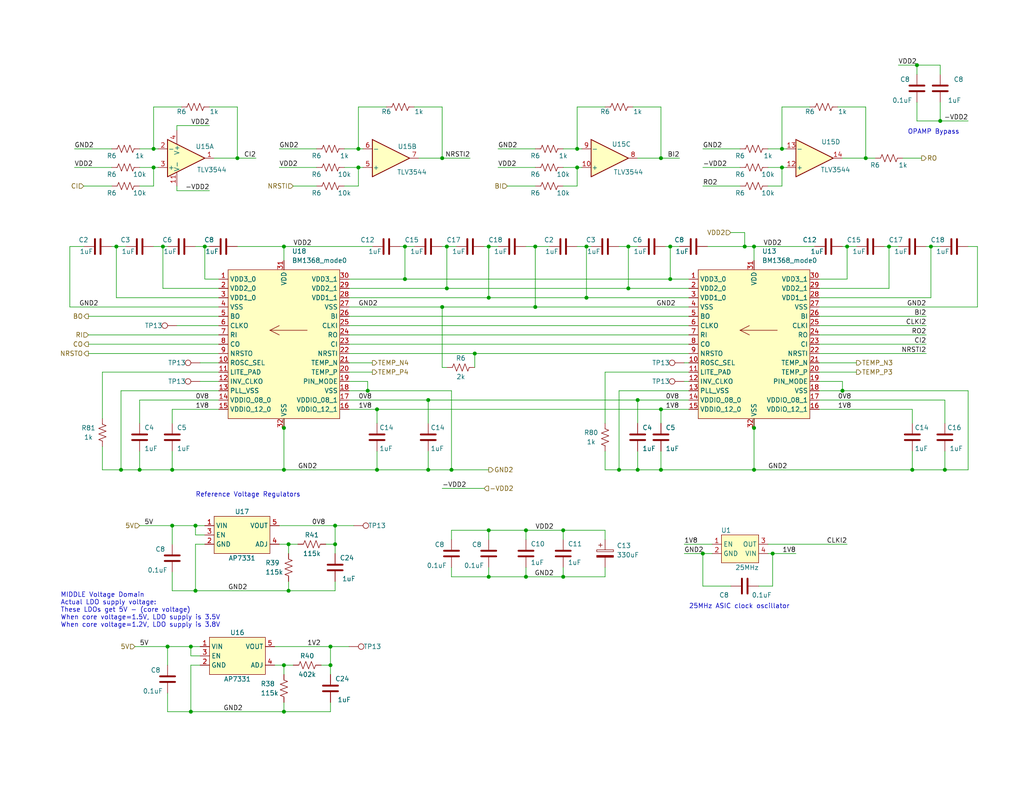
<source format=kicad_sch>
(kicad_sch (version 20250114) (generator "eeschema") (generator_version "9.0")
  (paper "A")
  (title_block (title "bitaxeHex") (date "2024-03-09") (rev "701"))
  (text "MIDDLE Voltage Domain\nActual LDO supply voltage:\nThese LDOs get 5V - (core voltage)\nWhen core voltage=1.5V, LDO supply is 3.5V\nWhen core voltage=1.2V, LDO supply is 3.8V " (at 16.51 171.45 0) (effects (font (size 1.27 1.27)) (justify left bottom)))
  (text "Reference Voltage Regulators" (at 53.34 135.89 0) (effects (font (size 1.27 1.27)) (justify left bottom)))
  (text "25MHz ASIC clock oscillator" (at 187.96 166.37 0) (effects (font (size 1.27 1.27)) (justify left bottom)))
  (text "OPAMP Bypass" (at 247.65 36.83 0) (effects (font (size 1.27 1.27)) (justify left bottom)))
  (junction (at 41.91 45.72))
  (junction (at 52.07 176.53))
  (junction (at 91.44 143.51))
  (junction (at 153.67 157.48))
  (junction (at 203.2 67.31))
  (junction (at 78.74 148.59))
  (junction (at 173.99 109.22))
  (junction (at 157.48 40.64))
  (junction (at 213.36 45.72))
  (junction (at 180.34 111.76))
  (junction (at 100.33 106.68))
  (junction (at 46.99 143.51))
  (junction (at 146.05 67.31))
  (junction (at 33.02 128.27))
  (junction (at 143.51 157.48) (diameter 0.9144))
  (junction (at 53.34 143.51))
  (junction (at 120.65 83.82))
  (junction (at 41.91 40.64))
  (junction (at 90.17 176.53))
  (junction (at 129.54 96.52))
  (junction (at 123.19 128.27))
  (junction (at 77.47 181.61))
  (junction (at 55.88 67.31))
  (junction (at 133.35 157.48) (diameter 0.9144))
  (junction (at 231.14 67.31))
  (junction (at 254 67.31))
  (junction (at 248.92 128.27))
  (junction (at 171.45 78.74))
  (junction (at 77.47 67.31))
  (junction (at 168.91 128.27))
  (junction (at 133.35 81.28))
  (junction (at 180.34 43.18))
  (junction (at 121.92 78.74))
  (junction (at 90.17 181.61))
  (junction (at 38.1 128.27))
  (junction (at 180.34 128.27))
  (junction (at 46.99 128.27))
  (junction (at 153.67 144.78))
  (junction (at 146.05 83.82))
  (junction (at 45.72 176.53))
  (junction (at 53.34 161.29))
  (junction (at 116.84 109.22))
  (junction (at 160.02 81.28))
  (junction (at 102.87 128.27))
  (junction (at 31.75 67.31))
  (junction (at 256.54 33.02))
  (junction (at 182.88 67.31))
  (junction (at 160.02 67.31))
  (junction (at 236.22 43.18))
  (junction (at 91.44 148.59))
  (junction (at 44.45 67.31))
  (junction (at 64.77 43.18))
  (junction (at 205.74 116.84))
  (junction (at 97.79 45.72))
  (junction (at 229.87 106.68))
  (junction (at 97.79 40.64))
  (junction (at 116.84 128.27))
  (junction (at 213.36 40.64))
  (junction (at 205.74 128.27))
  (junction (at 110.49 76.2))
  (junction (at 250.19 17.78))
  (junction (at 242.57 67.31))
  (junction (at 120.65 43.18))
  (junction (at 257.81 128.27))
  (junction (at 52.07 194.31))
  (junction (at 102.87 111.76))
  (junction (at 191.77 151.13))
  (junction (at 77.47 128.27))
  (junction (at 205.74 67.31))
  (junction (at 171.45 67.31))
  (junction (at 210.82 151.13))
  (junction (at 110.49 67.31))
  (junction (at 133.35 67.31))
  (junction (at 133.35 144.78) (diameter 0.9144))
  (junction (at 157.48 45.72))
  (junction (at 173.99 128.27))
  (junction (at 121.92 67.31))
  (junction (at 77.47 116.84))
  (junction (at 77.47 194.31))
  (junction (at 182.88 76.2))
  (junction (at 78.74 161.29))
  (junction (at 143.51 144.78) (diameter 0.9144))
  (wire (pts (xy 186.69 99.06) (xy 187.96 99.06)))
  (wire (pts (xy 97.79 50.8) (xy 97.79 45.72)))
  (wire (pts (xy 171.45 78.74) (xy 171.45 67.31)))
  (wire (pts (xy 87.63 181.61) (xy 90.17 181.61)))
  (wire (pts (xy 223.52 81.28) (xy 254 81.28)))
  (wire (pts (xy 41.91 67.31) (xy 44.45 67.31)))
  (wire (pts (xy 213.36 29.21) (xy 220.98 29.21)))
  (wire (pts (xy 146.05 83.82) (xy 187.96 83.82)))
  (wire (pts (xy 95.25 86.36) (xy 187.96 86.36)))
  (wire (pts (xy 41.91 40.64) (xy 43.18 40.64)))
  (wire (pts (xy 186.69 148.59) (xy 194.31 148.59)))
  (wire (pts (xy 120.65 29.21) (xy 120.65 43.18)))
  (wire (pts (xy 129.54 96.52) (xy 129.54 100.33)))
  (wire (pts (xy 91.44 148.59) (xy 91.44 143.51)))
  (wire (pts (xy 246.38 43.18) (xy 251.46 43.18)))
  (wire (pts (xy 53.34 161.29) (xy 78.74 161.29)))
  (wire (pts (xy 213.36 40.64) (xy 214.63 40.64)))
  (wire (pts (xy 121.92 78.74) (xy 121.92 67.31)))
  (wire (pts (xy 52.07 194.31) (xy 77.47 194.31)))
  (wire (pts (xy 24.13 93.98) (xy 59.69 93.98)))
  (wire (pts (xy 102.87 111.76) (xy 180.34 111.76)))
  (wire (pts (xy 27.94 128.27) (xy 33.02 128.27)))
  (wire (pts (xy 171.45 78.74) (xy 187.96 78.74)))
  (wire (pts (xy 223.52 99.06) (xy 233.68 99.06)))
  (wire (pts (xy 38.1 128.27) (xy 46.99 128.27)))
  (wire (pts (xy 229.87 106.68) (xy 264.16 106.68)))
  (wire (pts (xy 187.96 101.6) (xy 165.1 101.6)))
  (wire (pts (xy 207.01 160.02) (xy 210.82 160.02)))
  (wire (pts (xy 231.14 76.2) (xy 231.14 67.31)))
  (wire (pts (xy 97.79 29.21) (xy 105.41 29.21)))
  (wire (pts (xy 133.35 154.94) (xy 133.35 157.48)))
  (wire (pts (xy 110.49 76.2) (xy 182.88 76.2)))
  (wire (pts (xy 133.35 144.78) (xy 143.51 144.78)))
  (wire (pts (xy 90.17 194.31) (xy 77.47 194.31)))
  (wire (pts (xy 116.84 128.27) (xy 123.19 128.27)))
  (wire (pts (xy 205.74 128.27) (xy 248.92 128.27)))
  (wire (pts (xy 213.36 29.21) (xy 213.36 40.64)))
  (wire (pts (xy 146.05 67.31) (xy 149.86 67.31)))
  (wire (pts (xy 54.61 181.61) (xy 52.07 181.61)))
  (wire (pts (xy 44.45 78.74) (xy 59.69 78.74)))
  (wire (pts (xy 31.75 81.28) (xy 31.75 67.31)))
  (wire (pts (xy 181.61 67.31) (xy 182.88 67.31)))
  (wire (pts (xy 38.1 109.22) (xy 38.1 115.57)))
  (wire (pts (xy 59.69 101.6) (xy 27.94 101.6)))
  (wire (pts (xy 135.89 45.72) (xy 146.05 45.72)))
  (wire (pts (xy 116.84 109.22) (xy 116.84 115.57)))
  (wire (pts (xy 48.26 50.8) (xy 48.26 52.07)))
  (wire (pts (xy 123.19 147.32) (xy 123.19 144.78)))
  (wire (pts (xy 186.69 151.13) (xy 191.77 151.13)))
  (wire (pts (xy 223.52 78.74) (xy 242.57 78.74)))
  (wire (pts (xy 97.79 45.72) (xy 99.06 45.72)))
  (wire (pts (xy 182.88 76.2) (xy 187.96 76.2)))
  (wire (pts (xy 256.54 33.02) (xy 264.16 33.02)))
  (wire (pts (xy 91.44 161.29) (xy 78.74 161.29)))
  (wire (pts (xy 64.77 29.21) (xy 64.77 43.18)))
  (wire (pts (xy 165.1 123.19) (xy 165.1 128.27)))
  (wire (pts (xy 250.19 33.02) (xy 256.54 33.02)))
  (wire (pts (xy 157.48 40.64) (xy 158.75 40.64)))
  (wire (pts (xy 223.52 104.14) (xy 229.87 104.14)))
  (wire (pts (xy 133.35 157.48) (xy 123.19 157.48)))
  (wire (pts (xy 90.17 181.61) (xy 90.17 184.15)))
  (wire (pts (xy 52.07 179.07) (xy 52.07 176.53)))
  (wire (pts (xy 123.19 128.27) (xy 133.35 128.27)))
  (wire (pts (xy 165.1 101.6) (xy 165.1 115.57)))
  (wire (pts (xy 168.91 67.31) (xy 171.45 67.31)))
  (wire (pts (xy 157.48 67.31) (xy 160.02 67.31)))
  (wire (pts (xy 173.99 109.22) (xy 187.96 109.22)))
  (wire (pts (xy 222.25 67.31) (xy 205.74 67.31)))
  (wire (pts (xy 180.34 111.76) (xy 187.96 111.76)))
  (wire (pts (xy 91.44 148.59) (xy 91.44 151.13)))
  (wire (pts (xy 91.44 158.75) (xy 91.44 161.29)))
  (wire (pts (xy 123.19 154.94) (xy 123.19 157.48)))
  (wire (pts (xy 59.69 83.82) (xy 19.05 83.82)))
  (wire (pts (xy 41.91 50.8) (xy 41.91 45.72)))
  (wire (pts (xy 209.55 45.72) (xy 213.36 45.72)))
  (wire (pts (xy 250.19 17.78) (xy 256.54 17.78)))
  (wire (pts (xy 55.88 76.2) (xy 59.69 76.2)))
  (wire (pts (xy 133.35 147.32) (xy 133.35 144.78)))
  (wire (pts (xy 78.74 161.29) (xy 78.74 158.75)))
  (wire (pts (xy 205.74 67.31) (xy 205.74 71.12)))
  (wire (pts (xy 143.51 144.78) (xy 153.67 144.78)))
  (wire (pts (xy 77.47 67.31) (xy 77.47 71.12)))
  (wire (pts (xy 191.77 151.13) (xy 194.31 151.13)))
  (wire (pts (xy 95.25 88.9) (xy 187.96 88.9)))
  (wire (pts (xy 180.34 123.19) (xy 180.34 128.27)))
  (wire (pts (xy 223.52 88.9) (xy 252.73 88.9)))
  (wire (pts (xy 54.61 179.07) (xy 52.07 179.07)))
  (wire (pts (xy 53.34 143.51) (xy 55.88 143.51)))
  (wire (pts (xy 254 67.31) (xy 256.54 67.31)))
  (wire (pts (xy 153.67 147.32) (xy 153.67 144.78)))
  (wire (pts (xy 95.25 91.44) (xy 187.96 91.44)))
  (wire (pts (xy 19.05 67.31) (xy 22.86 67.31)))
  (wire (pts (xy 256.54 27.94) (xy 256.54 33.02)))
  (wire (pts (xy 95.25 104.14) (xy 100.33 104.14)))
  (wire (pts (xy 101.6 67.31) (xy 77.47 67.31)))
  (wire (pts (xy 133.35 81.28) (xy 160.02 81.28)))
  (wire (pts (xy 223.52 86.36) (xy 252.73 86.36)))
  (wire (pts (xy 41.91 45.72) (xy 43.18 45.72)))
  (wire (pts (xy 210.82 151.13) (xy 217.17 151.13)))
  (wire (pts (xy 165.1 154.94) (xy 165.1 157.48)))
  (wire (pts (xy 146.05 83.82) (xy 146.05 67.31)))
  (wire (pts (xy 46.99 143.51) (xy 53.34 143.51)))
  (wire (pts (xy 38.1 143.51) (xy 46.99 143.51)))
  (wire (pts (xy 138.43 50.8) (xy 146.05 50.8)))
  (wire (pts (xy 31.75 67.31) (xy 34.29 67.31)))
  (wire (pts (xy 191.77 40.64) (xy 201.93 40.64)))
  (wire (pts (xy 53.34 67.31) (xy 55.88 67.31)))
  (wire (pts (xy 100.33 104.14) (xy 100.33 106.68)))
  (wire (pts (xy 199.39 160.02) (xy 191.77 160.02)))
  (wire (pts (xy 109.22 67.31) (xy 110.49 67.31)))
  (wire (pts (xy 77.47 181.61) (xy 80.01 181.61)))
  (wire (pts (xy 242.57 78.74) (xy 242.57 67.31)))
  (wire (pts (xy 120.65 43.18) (xy 114.3 43.18)))
  (wire (pts (xy 59.69 106.68) (xy 33.02 106.68)))
  (wire (pts (xy 78.74 148.59) (xy 81.28 148.59)))
  (wire (pts (xy 191.77 45.72) (xy 201.93 45.72)))
  (wire (pts (xy 160.02 81.28) (xy 187.96 81.28)))
  (wire (pts (xy 48.26 52.07) (xy 57.15 52.07)))
  (wire (pts (xy 48.26 88.9) (xy 59.69 88.9)))
  (wire (pts (xy 76.2 148.59) (xy 78.74 148.59)))
  (wire (pts (xy 38.1 50.8) (xy 41.91 50.8)))
  (wire (pts (xy 123.19 144.78) (xy 133.35 144.78)))
  (wire (pts (xy 241.3 67.31) (xy 242.57 67.31)))
  (wire (pts (xy 46.99 161.29) (xy 53.34 161.29)))
  (wire (pts (xy 46.99 123.19) (xy 46.99 128.27)))
  (wire (pts (xy 257.81 128.27) (xy 257.81 123.19)))
  (wire (pts (xy 20.32 40.64) (xy 30.48 40.64)))
  (wire (pts (xy 95.25 93.98) (xy 187.96 93.98)))
  (wire (pts (xy 223.52 91.44) (xy 252.73 91.44)))
  (wire (pts (xy 38.1 40.64) (xy 41.91 40.64)))
  (wire (pts (xy 257.81 109.22) (xy 257.81 115.57)))
  (wire (pts (xy 95.25 96.52) (xy 129.54 96.52)))
  (wire (pts (xy 248.92 111.76) (xy 248.92 115.57)))
  (wire (pts (xy 248.92 123.19) (xy 248.92 128.27)))
  (wire (pts (xy 46.99 111.76) (xy 46.99 115.57)))
  (wire (pts (xy 55.88 146.05) (xy 53.34 146.05)))
  (wire (pts (xy 113.03 29.21) (xy 120.65 29.21)))
  (wire (pts (xy 143.51 154.94) (xy 143.51 157.48)))
  (wire (pts (xy 203.2 63.5) (xy 203.2 67.31)))
  (wire (pts (xy 100.33 106.68) (xy 123.19 106.68)))
  (wire (pts (xy 31.75 81.28) (xy 59.69 81.28)))
  (wire (pts (xy 88.9 148.59) (xy 91.44 148.59)))
  (wire (pts (xy 64.77 67.31) (xy 77.47 67.31)))
  (wire (pts (xy 229.87 67.31) (xy 231.14 67.31)))
  (wire (pts (xy 123.19 106.68) (xy 123.19 128.27)))
  (wire (pts (xy 95.25 83.82) (xy 120.65 83.82)))
  (wire (pts (xy 46.99 111.76) (xy 59.69 111.76)))
  (wire (pts (xy 153.67 40.64) (xy 157.48 40.64)))
  (wire (pts (xy 30.48 67.31) (xy 31.75 67.31)))
  (wire (pts (xy 120.65 43.18) (xy 128.27 43.18)))
  (wire (pts (xy 33.02 106.68) (xy 33.02 128.27)))
  (wire (pts (xy 54.61 99.06) (xy 59.69 99.06)))
  (wire (pts (xy 38.1 45.72) (xy 41.91 45.72)))
  (wire (pts (xy 209.55 50.8) (xy 213.36 50.8)))
  (wire (pts (xy 180.34 111.76) (xy 180.34 115.57)))
  (wire (pts (xy 54.61 104.14) (xy 59.69 104.14)))
  (wire (pts (xy 180.34 29.21) (xy 180.34 43.18)))
  (wire (pts (xy 77.47 181.61) (xy 77.47 184.15)))
  (wire (pts (xy 76.2 143.51) (xy 91.44 143.51)))
  (wire (pts (xy 182.88 67.31) (xy 185.42 67.31)))
  (wire (pts (xy 77.47 116.84) (xy 77.47 128.27)))
  (wire (pts (xy 173.99 128.27) (xy 180.34 128.27)))
  (wire (pts (xy 193.04 67.31) (xy 203.2 67.31)))
  (wire (pts (xy 173.99 109.22) (xy 173.99 115.57)))
  (wire (pts (xy 33.02 128.27) (xy 38.1 128.27)))
  (wire (pts (xy 121.92 67.31) (xy 124.46 67.31)))
  (wire (pts (xy 160.02 81.28) (xy 160.02 67.31)))
  (wire (pts (xy 27.94 121.92) (xy 27.94 128.27)))
  (wire (pts (xy 229.87 104.14) (xy 229.87 106.68)))
  (wire (pts (xy 168.91 106.68) (xy 187.96 106.68)))
  (wire (pts (xy 153.67 50.8) (xy 157.48 50.8)))
  (wire (pts (xy 95.25 106.68) (xy 100.33 106.68)))
  (wire (pts (xy 133.35 67.31) (xy 135.89 67.31)))
  (wire (pts (xy 266.7 83.82) (xy 266.7 67.31)))
  (wire (pts (xy 153.67 45.72) (xy 157.48 45.72)))
  (wire (pts (xy 102.87 128.27) (xy 116.84 128.27)))
  (wire (pts (xy 90.17 181.61) (xy 90.17 176.53)))
  (wire (pts (xy 120.65 83.82) (xy 146.05 83.82)))
  (wire (pts (xy 250.19 27.94) (xy 250.19 33.02)))
  (wire (pts (xy 95.25 101.6) (xy 101.6 101.6)))
  (wire (pts (xy 157.48 29.21) (xy 157.48 40.64)))
  (wire (pts (xy 95.25 109.22) (xy 116.84 109.22)))
  (wire (pts (xy 95.25 99.06) (xy 101.6 99.06)))
  (wire (pts (xy 199.39 63.5) (xy 203.2 63.5)))
  (wire (pts (xy 173.99 128.27) (xy 173.99 123.19)))
  (wire (pts (xy 91.44 143.51) (xy 96.52 143.51)))
  (wire (pts (xy 116.84 109.22) (xy 173.99 109.22)))
  (wire (pts (xy 209.55 151.13) (xy 210.82 151.13)))
  (wire (pts (xy 95.25 81.28) (xy 133.35 81.28)))
  (wire (pts (xy 223.52 111.76) (xy 248.92 111.76)))
  (wire (pts (xy 24.13 96.52) (xy 59.69 96.52)))
  (wire (pts (xy 77.47 114.3) (xy 77.47 116.84)))
  (wire (pts (xy 19.05 83.82) (xy 19.05 67.31)))
  (wire (pts (xy 186.69 104.14) (xy 187.96 104.14)))
  (wire (pts (xy 223.52 106.68) (xy 229.87 106.68)))
  (wire (pts (xy 229.87 43.18) (xy 236.22 43.18)))
  (wire (pts (xy 135.89 40.64) (xy 146.05 40.64)))
  (wire (pts (xy 90.17 191.77) (xy 90.17 194.31)))
  (wire (pts (xy 231.14 67.31) (xy 233.68 67.31)))
  (wire (pts (xy 45.72 194.31) (xy 52.07 194.31)))
  (wire (pts (xy 223.52 101.6) (xy 233.68 101.6)))
  (wire (pts (xy 55.88 67.31) (xy 55.88 76.2)))
  (wire (pts (xy 80.01 50.8) (xy 86.36 50.8)))
  (wire (pts (xy 97.79 40.64) (xy 99.06 40.64)))
  (wire (pts (xy 203.2 67.31) (xy 205.74 67.31)))
  (wire (pts (xy 165.1 147.32) (xy 165.1 144.78)))
  (wire (pts (xy 46.99 128.27) (xy 77.47 128.27)))
  (wire (pts (xy 52.07 176.53) (xy 54.61 176.53)))
  (wire (pts (xy 168.91 128.27) (xy 173.99 128.27)))
  (wire (pts (xy 264.16 106.68) (xy 264.16 128.27)))
  (wire (pts (xy 157.48 29.21) (xy 165.1 29.21)))
  (wire (pts (xy 44.45 78.74) (xy 44.45 67.31)))
  (wire (pts (xy 168.91 106.68) (xy 168.91 128.27)))
  (wire (pts (xy 120.65 67.31) (xy 121.92 67.31)))
  (wire (pts (xy 76.2 40.64) (xy 86.36 40.64)))
  (wire (pts (xy 110.49 76.2) (xy 110.49 67.31)))
  (wire (pts (xy 223.52 96.52) (xy 252.73 96.52)))
  (wire (pts (xy 48.26 35.56) (xy 48.26 34.29)))
  (wire (pts (xy 95.25 76.2) (xy 110.49 76.2)))
  (wire (pts (xy 223.52 83.82) (xy 266.7 83.82)))
  (wire (pts (xy 245.11 17.78) (xy 250.19 17.78)))
  (wire (pts (xy 165.1 128.27) (xy 168.91 128.27)))
  (wire (pts (xy 242.57 67.31) (xy 245.11 67.31)))
  (wire (pts (xy 153.67 154.94) (xy 153.67 157.48)))
  (wire (pts (xy 209.55 148.59) (xy 231.14 148.59)))
  (wire (pts (xy 132.08 67.31) (xy 133.35 67.31)))
  (wire (pts (xy 74.93 181.61) (xy 77.47 181.61)))
  (wire (pts (xy 264.16 128.27) (xy 257.81 128.27)))
  (wire (pts (xy 52.07 181.61) (xy 52.07 194.31)))
  (wire (pts (xy 76.2 45.72) (xy 86.36 45.72)))
  (wire (pts (xy 27.94 101.6) (xy 27.94 114.3)))
  (wire (pts (xy 254 81.28) (xy 254 67.31)))
  (wire (pts (xy 210.82 160.02) (xy 210.82 151.13)))
  (wire (pts (xy 116.84 128.27) (xy 116.84 123.19)))
  (wire (pts (xy 20.32 45.72) (xy 30.48 45.72)))
  (wire (pts (xy 191.77 50.8) (xy 201.93 50.8)))
  (wire (pts (xy 157.48 50.8) (xy 157.48 45.72)))
  (wire (pts (xy 41.91 29.21) (xy 49.53 29.21)))
  (wire (pts (xy 252.73 67.31) (xy 254 67.31)))
  (wire (pts (xy 102.87 123.19) (xy 102.87 128.27)))
  (wire (pts (xy 256.54 20.32) (xy 256.54 17.78)))
  (wire (pts (xy 133.35 81.28) (xy 133.35 67.31)))
  (wire (pts (xy 53.34 148.59) (xy 53.34 161.29)))
  (wire (pts (xy 97.79 29.21) (xy 97.79 40.64)))
  (wire (pts (xy 180.34 128.27) (xy 205.74 128.27)))
  (wire (pts (xy 236.22 29.21) (xy 236.22 43.18)))
  (wire (pts (xy 93.98 45.72) (xy 97.79 45.72)))
  (wire (pts (xy 64.77 43.18) (xy 58.42 43.18)))
  (wire (pts (xy 102.87 111.76) (xy 102.87 115.57)))
  (wire (pts (xy 213.36 45.72) (xy 214.63 45.72)))
  (wire (pts (xy 46.99 156.21) (xy 46.99 161.29)))
  (wire (pts (xy 45.72 189.23) (xy 45.72 194.31)))
  (wire (pts (xy 205.74 116.84) (xy 205.74 128.27)))
  (wire (pts (xy 129.54 96.52) (xy 187.96 96.52)))
  (wire (pts (xy 153.67 157.48) (xy 165.1 157.48)))
  (wire (pts (xy 24.13 91.44) (xy 59.69 91.44)))
  (wire (pts (xy 157.48 45.72) (xy 158.75 45.72)))
  (wire (pts (xy 205.74 114.3) (xy 205.74 116.84)))
  (wire (pts (xy 90.17 176.53) (xy 95.25 176.53)))
  (wire (pts (xy 93.98 40.64) (xy 97.79 40.64)))
  (wire (pts (xy 180.34 43.18) (xy 185.42 43.18)))
  (wire (pts (xy 45.72 176.53) (xy 45.72 181.61)))
  (wire (pts (xy 133.35 157.48) (xy 143.51 157.48)))
  (wire (pts (xy 153.67 144.78) (xy 165.1 144.78)))
  (wire (pts (xy 160.02 67.31) (xy 161.29 67.31)))
  (wire (pts (xy 228.6 29.21) (xy 236.22 29.21)))
  (wire (pts (xy 38.1 109.22) (xy 59.69 109.22)))
  (wire (pts (xy 223.52 93.98) (xy 252.73 93.98)))
  (wire (pts (xy 182.88 67.31) (xy 182.88 76.2)))
  (wire (pts (xy 36.83 176.53) (xy 45.72 176.53)))
  (wire (pts (xy 209.55 40.64) (xy 213.36 40.64)))
  (wire (pts (xy 121.92 100.33) (xy 120.65 100.33)))
  (wire (pts (xy 110.49 67.31) (xy 113.03 67.31)))
  (wire (pts (xy 236.22 43.18) (xy 238.76 43.18)))
  (wire (pts (xy 153.67 157.48) (xy 143.51 157.48)))
  (wire (pts (xy 191.77 160.02) (xy 191.77 151.13)))
  (wire (pts (xy 223.52 109.22) (xy 257.81 109.22)))
  (wire (pts (xy 64.77 43.18) (xy 69.85 43.18)))
  (wire (pts (xy 266.7 67.31) (xy 264.16 67.31)))
  (wire (pts (xy 74.93 176.53) (xy 90.17 176.53)))
  (wire (pts (xy 93.98 50.8) (xy 97.79 50.8)))
  (wire (pts (xy 48.26 34.29) (xy 57.15 34.29)))
  (wire (pts (xy 248.92 128.27) (xy 257.81 128.27)))
  (wire (pts (xy 250.19 17.78) (xy 250.19 20.32)))
  (wire (pts (xy 120.65 100.33) (xy 120.65 83.82)))
  (wire (pts (xy 55.88 148.59) (xy 53.34 148.59)))
  (wire (pts (xy 78.74 148.59) (xy 78.74 151.13)))
  (wire (pts (xy 77.47 128.27) (xy 102.87 128.27)))
  (wire (pts (xy 57.15 29.21) (xy 64.77 29.21)))
  (wire (pts (xy 223.52 76.2) (xy 231.14 76.2)))
  (wire (pts (xy 22.86 50.8) (xy 30.48 50.8)))
  (wire (pts (xy 55.88 67.31) (xy 57.15 67.31)))
  (wire (pts (xy 46.99 143.51) (xy 46.99 148.59)))
  (wire (pts (xy 121.92 78.74) (xy 171.45 78.74)))
  (wire (pts (xy 143.51 147.32) (xy 143.51 144.78)))
  (wire (pts (xy 180.34 43.18) (xy 173.99 43.18)))
  (wire (pts (xy 44.45 67.31) (xy 45.72 67.31)))
  (wire (pts (xy 77.47 194.31) (xy 77.47 191.77)))
  (wire (pts (xy 53.34 146.05) (xy 53.34 143.51)))
  (wire (pts (xy 41.91 29.21) (xy 41.91 40.64)))
  (wire (pts (xy 95.25 78.74) (xy 121.92 78.74)))
  (wire (pts (xy 95.25 111.76) (xy 102.87 111.76)))
  (wire (pts (xy 120.65 133.35) (xy 132.08 133.35)))
  (wire (pts (xy 171.45 67.31) (xy 173.99 67.31)))
  (wire (pts (xy 146.05 67.31) (xy 143.51 67.31)))
  (wire (pts (xy 213.36 50.8) (xy 213.36 45.72)))
  (wire (pts (xy 24.13 86.36) (xy 59.69 86.36)))
  (wire (pts (xy 38.1 123.19) (xy 38.1 128.27)))
  (wire (pts (xy 172.72 29.21) (xy 180.34 29.21)))
  (wire (pts (xy 45.72 176.53) (xy 52.07 176.53)))
  (label "BI2" (at 185.42 43.18 180))
  (label "GND2" (at 186.69 151.13 0))
  (label "VDD2" (at 135.89 45.72 0))
  (label "RO2" (at 252.73 91.44 180))
  (label "VDD2" (at 80.01 67.31 0))
  (label "VDD2" (at 76.2 45.72 0))
  (label "NRSTI2" (at 252.73 96.52 180))
  (label "VDD2" (at 20.32 45.72 0))
  (label "VDD2" (at 57.15 34.29 180))
  (label "GND2" (at 60.96 194.31 0))
  (label "0V8" (at 97.79 109.22 0))
  (label "0V8" (at 85.09 143.51 0))
  (label "1V8" (at 97.79 111.76 0))
  (label "5V" (at 38.1 176.53 0))
  (label "GND2" (at 151.13 157.48 180))
  (label "CI2" (at 69.85 43.18 180))
  (label "1V2" (at 83.82 176.53 0))
  (label "NRSTI2" (at 128.27 43.18 180))
  (label "VDD2" (at 208.28 67.31 0))
  (label "5V" (at 39.37 143.51 0))
  (label "GND2" (at 21.59 83.82 0))
  (label "CLKI2" (at 252.73 88.9 180))
  (label "GND2" (at 135.89 40.64 0))
  (label "1V8" (at 217.17 151.13 180))
  (label "BI2" (at 252.73 86.36 180))
  (label "GND2" (at 76.2 40.64 0))
  (label "GND2" (at 179.07 83.82 0))
  (label "RO2" (at 191.77 50.8 0))
  (label "1V8" (at 186.69 148.59 0))
  (label "0V8" (at 181.61 109.22 0))
  (label "1V8" (at 228.6 111.76 0))
  (label "-VDD2" (at 57.15 52.07 180))
  (label "0V8" (at 228.6 109.22 0))
  (label "1V8" (at 53.34 111.76 0))
  (label "GND2" (at 20.32 40.64 0))
  (label "VDD2" (at 146.05 144.78 0))
  (label "-VDD2" (at 120.65 133.35 0))
  (label "GND2" (at 209.55 128.27 0))
  (label "GND2" (at 252.73 83.82 180))
  (label "GND2" (at 191.77 40.64 0))
  (label "-VDD2" (at 264.16 33.02 180))
  (label "GND2" (at 62.23 161.29 0))
  (label "1V8" (at 181.61 111.76 0))
  (label "-VDD2" (at 191.77 45.72 0))
  (label "0V8" (at 53.34 109.22 0))
  (label "VDD2" (at 245.11 17.78 0))
  (label "CLKI2" (at 231.14 148.59 180))
  (label "CI2" (at 252.73 93.98 180))
  (label "GND2" (at 97.79 83.82 0))
  (label "GND2" (at 81.28 128.27 0))
  (hierarchical_label "RO" (shape output) (at 251.46 43.18 0))
  (hierarchical_label "-VDD2" (shape input) (at 132.08 133.35 0))
  (hierarchical_label "TEMP_N4" (shape output) (at 101.6 99.06 0))
  (hierarchical_label "5V" (shape input) (at 36.83 176.53 180))
  (hierarchical_label "VDD2" (shape input) (at 199.39 63.5 180))
  (hierarchical_label "TEMP_P3" (shape output) (at 233.68 101.6 0))
  (hierarchical_label "BO" (shape output) (at 24.13 86.36 180))
  (hierarchical_label "NRSTI" (shape input) (at 80.01 50.8 180))
  (hierarchical_label "NRSTO" (shape output) (at 24.13 96.52 180))
  (hierarchical_label "CO" (shape output) (at 24.13 93.98 180))
  (hierarchical_label "TEMP_N3" (shape output) (at 233.68 99.06 0))
  (hierarchical_label "CI" (shape input) (at 22.86 50.8 180))
  (hierarchical_label "TEMP_P4" (shape output) (at 101.6 101.6 0))
  (hierarchical_label "GND2" (shape output) (at 133.35 128.27 0))
  (hierarchical_label "5V" (shape input) (at 38.1 143.51 180))
  (hierarchical_label "BI" (shape input) (at 138.43 50.8 180))
  (hierarchical_label "RI" (shape input) (at 24.13 91.44 180))
  (symbol (lib_id "Device:R_US") (at 125.73 100.33 90) (unit 1)
    (property "Reference" "R6" (at 125.73 97.79 90))
    (property "Value" "2k" (at 125.73 102.87 90))
    (property "Footprint" "Resistor_SMD:R_0402_1005Metric" (effects (hide yes)))
    (property "DK" "YAG2303CT-ND" (effects (hide yes)))
    (property "PARTNO" "RT0402BRD072KL" (effects (hide yes)))
  )
  (symbol (lib_id "Device:C") (at 102.87 119.38 0) (unit 1)
    (property "Reference" "C14" (at 103.505 117.475 0) (effects (justify left bottom)))
    (property "Value" "1uF" (at 103.505 123.19 0) (effects (justify left bottom)))
    (property "Footprint" "Capacitor_SMD:C_0402_1005Metric" (effects (hide yes)))
    (property "DK" "587-5514-1-ND" (effects (hide yes)))
    (property "PARTNO" "EMK105BJ105MV-F" (effects (hide yes)))
  )
  (symbol (lib_id "Device:C") (at 46.99 152.4 180) (unit 1)
    (property "Reference" "C8" (at 45.085 149.225 0) (effects (justify left bottom)))
    (property "Value" "0.1uF" (at 45.72 154.94 0) (effects (justify left bottom)))
    (property "Footprint" "Capacitor_SMD:C_0402_1005Metric" (effects (hide yes)))
    (property "DK" "478-KGM05AR71C104KHCT-ND" (effects (hide yes)))
    (property "PARTNO" "KGM05AR71C104KH" (effects (hide yes)))
  )
  (symbol (lib_id "Device:C") (at 133.35 151.13 180) (unit 1)
    (property "Reference" "C8" (at 131.445 147.955 0) (effects (justify left bottom)))
    (property "Value" "0.1uF" (at 132.08 153.67 0) (effects (justify left bottom)))
    (property "Footprint" "Capacitor_SMD:C_0402_1005Metric" (effects (hide yes)))
    (property "DK" "478-KGM05AR71C104KHCT-ND" (effects (hide yes)))
    (property "PARTNO" "KGM05AR71C104KH" (effects (hide yes)))
  )
  (symbol (lib_id "Connector:TestPoint") (at 54.61 99.06 90) (mirror x) (unit 1) (in_bom no)
    (property "Reference" "TP13" (at 48.26 99.06 90))
    (property "Value" "TestPoint" (effects (hide yes)))
    (property "Footprint" "TestPoint:TestPoint_Pad_D1.0mm" (effects (hide yes)))
  )
  (symbol (lib_id "Device:C") (at 60.96 67.31 90) (unit 1)
    (property "Reference" "C8" (at 58.42 64.77 90) (effects (justify left bottom)))
    (property "Value" "1uF" (at 59.69 67.945 90) (effects (justify left bottom)))
    (property "Footprint" "Capacitor_SMD:C_0402_1005Metric" (effects (hide yes)))
    (property "DK" "587-5514-1-ND" (effects (hide yes)))
    (property "PARTNO" "EMK105BJ105MV-F" (effects (hide yes)))
  )
  (symbol (lib_id "Device:R_US") (at 205.74 45.72 90) (unit 1)
    (property "Reference" "R6" (at 201.93 47.625 90))
    (property "Value" "10k" (at 209.55 47.625 90))
    (property "Footprint" "Resistor_SMD:R_0402_1005Metric" (effects (hide yes)))
    (property "DK" "311-10KJRCT-ND" (effects (hide yes)))
    (property "PARTNO" "RC0402JR-0710KL" (effects (hide yes)))
  )
  (symbol (lib_id "Device:C") (at 116.84 67.31 90) (unit 1)
    (property "Reference" "C15" (at 114.3 64.77 90) (effects (justify left bottom)))
    (property "Value" "1uF" (at 115.57 67.945 90) (effects (justify left bottom)))
    (property "Footprint" "Capacitor_SMD:C_0402_1005Metric" (effects (hide yes)))
    (property "DK" "587-5514-1-ND" (effects (hide yes)))
    (property "PARTNO" "EMK105BJ105MV-F" (effects (hide yes)))
  )
  (symbol (lib_id "Connector:TestPoint") (at 48.26 88.9 90) (mirror x) (unit 1) (in_bom no)
    (property "Reference" "TP13" (at 41.91 88.9 90))
    (property "Value" "TestPoint" (effects (hide yes)))
    (property "Footprint" "TestPoint:TestPoint_Pad_D1.0mm" (effects (hide yes)))
  )
  (symbol (lib_id "Device:C") (at 250.19 24.13 180) (unit 1)
    (property "Reference" "C8" (at 248.285 20.955 0) (effects (justify left bottom)))
    (property "Value" "0.1uF" (at 248.92 26.67 0) (effects (justify left bottom)))
    (property "Footprint" "Capacitor_SMD:C_0402_1005Metric" (effects (hide yes)))
    (property "DK" "478-KGM05AR71C104KHCT-ND" (effects (hide yes)))
    (property "PARTNO" "KGM05AR71C104KH" (effects (hide yes)))
  )
  (symbol (lib_id "Device:C") (at 139.7 67.31 90) (unit 1)
    (property "Reference" "C18" (at 137.16 64.77 90) (effects (justify left bottom)))
    (property "Value" "1uF" (at 138.43 67.945 90) (effects (justify left bottom)))
    (property "Footprint" "Capacitor_SMD:C_0402_1005Metric" (effects (hide yes)))
    (property "DK" "587-5514-1-ND" (effects (hide yes)))
    (property "PARTNO" "EMK105BJ105MV-F" (effects (hide yes)))
  )
  (symbol (lib_id "Device:C") (at 256.54 24.13 180) (unit 1)
    (property "Reference" "C8" (at 262.89 20.955 0) (effects (justify left bottom)))
    (property "Value" "1uF" (at 262.255 26.67 0) (effects (justify left bottom)))
    (property "Footprint" "Capacitor_SMD:C_0402_1005Metric" (effects (hide yes)))
    (property "DK" "587-5514-1-ND" (effects (hide yes)))
    (property "PARTNO" "EMK105BJ105MV-F" (effects (hide yes)))
  )
  (symbol (lib_id "Device:C") (at 260.35 67.31 90) (unit 1)
    (property "Reference" "C18" (at 257.81 64.77 90) (effects (justify left bottom)))
    (property "Value" "1uF" (at 259.08 67.945 90) (effects (justify left bottom)))
    (property "Footprint" "Capacitor_SMD:C_0402_1005Metric" (effects (hide yes)))
    (property "DK" "587-5514-1-ND" (effects (hide yes)))
    (property "PARTNO" "EMK105BJ105MV-F" (effects (hide yes)))
  )
  (symbol (lib_id "bitaxe:oscillator") (at 201.93 149.86 0) (unit 1)
    (property "Reference" "U1" (at 198.12 144.78 0))
    (property "Value" "25MHz" (at 203.835 154.94 0))
    (property "Footprint" "bitaxe:O 25,0-JO32-B-1V3-1-T1-LF" (effects (hide yes)))
    (property "Datasheet" "https://www.jauch.com/downloadfile/5ef1edcfb8e2f73163c8ce8009ef659d1/jo32-1.8-3.3v.pdf" (effects (hide yes)))
    (property "DK" "1908-O250-JO32-B-1V3-1-T1-LFCT-ND" (effects (hide yes)))
    (property "PARTNO" "O 25,0-JO32-B-1V3-1-T1-LF" (effects (hide yes)))
  )
  (symbol (lib_id "Device:C") (at 105.41 67.31 90) (unit 1)
    (property "Reference" "C12" (at 102.235 64.77 90) (effects (justify left bottom)))
    (property "Value" "1uF" (at 104.14 67.945 90) (effects (justify left bottom)))
    (property "Footprint" "Capacitor_SMD:C_0402_1005Metric" (effects (hide yes)))
    (property "DK" "587-5514-1-ND" (effects (hide yes)))
    (property "PARTNO" "EMK105BJ105MV-F" (effects (hide yes)))
  )
  (symbol (lib_id "Connector:TestPoint") (at 95.25 176.53 270) (mirror x) (unit 1) (in_bom no)
    (property "Reference" "TP13" (at 101.6 176.53 90))
    (property "Value" "TestPoint" (effects (hide yes)))
    (property "Footprint" "TestPoint:TestPoint_Pad_D1.0mm" (effects (hide yes)))
  )
  (symbol (lib_id "Connector:TestPoint") (at 186.69 99.06 90) (mirror x) (unit 1) (in_bom no)
    (property "Reference" "TP13" (at 180.34 99.06 90))
    (property "Value" "TestPoint" (effects (hide yes)))
    (property "Footprint" "TestPoint:TestPoint_Pad_D1.0mm" (effects (hide yes)))
  )
  (symbol (lib_id "Device:R_US") (at 90.17 45.72 90) (unit 1)
    (property "Reference" "R6" (at 86.36 47.625 90))
    (property "Value" "10k" (at 93.98 47.625 90))
    (property "Footprint" "Resistor_SMD:R_0402_1005Metric" (effects (hide yes)))
    (property "DK" "311-10KJRCT-ND" (effects (hide yes)))
    (property "PARTNO" "RC0402JR-0710KL" (effects (hide yes)))
  )
  (symbol (lib_id "Device:R_US") (at 165.1 119.38 180) (unit 1)
    (property "Reference" "R80" (at 161.29 118.11 0))
    (property "Value" "1k" (at 161.29 120.65 0))
    (property "Footprint" "Resistor_SMD:R_0402_1005Metric" (effects (hide yes)))
    (property "DK" "311-1.00KLRCT-ND" (effects (hide yes)))
    (property "PARTNO" "RC0402FR-071KL" (effects (hide yes)))
  )
  (symbol (lib_id "Device:C") (at 203.2 160.02 270) (unit 1)
    (property "Reference" "C8" (at 196.215 163.195 90) (effects (justify left bottom)))
    (property "Value" "0.1uF" (at 205.105 163.195 90) (effects (justify left bottom)))
    (property "Footprint" "Capacitor_SMD:C_0402_1005Metric" (effects (hide yes)))
    (property "DK" "478-KGM05AR71C104KHCT-ND" (effects (hide yes)))
    (property "PARTNO" "KGM05AR71C104KH" (effects (hide yes)))
  )
  (symbol (lib_id "Device:R_US") (at 34.29 45.72 270) (unit 1)
    (property "Reference" "R6" (at 30.48 47.625 90))
    (property "Value" "10k" (at 38.1 47.625 90))
    (property "Footprint" "Resistor_SMD:R_0402_1005Metric" (effects (hide yes)))
    (property "DK" "311-10KJRCT-ND" (effects (hide yes)))
    (property "PARTNO" "RC0402JR-0710KL" (effects (hide yes)))
  )
  (symbol (lib_id "Connector:TestPoint") (at 186.69 104.14 90) (mirror x) (unit 1) (in_bom no)
    (property "Reference" "TP13" (at 180.34 104.14 90))
    (property "Value" "TestPoint" (effects (hide yes)))
    (property "Footprint" "TestPoint:TestPoint_Pad_D1.0mm" (effects (hide yes)))
  )
  (symbol (lib_name "TLV3544_2") (lib_id "bitaxe:TLV3544") (at 104.14 43.18 0) (unit 2)
    (property "Reference" "U15" (at 111.125 40.005 0))
    (property "Value" "TLV3544" (at 112.395 46.99 0))
    (property "Footprint" "Package_SO:TSSOP-14_4.4x5mm_P0.65mm" (effects (hide yes)))
    (property "Datasheet" "https://www.ti.com/lit/ds/symlink/tlv3542.pdf" (effects (hide yes)))
    (property "DK" "296-45352-1-ND" (effects (hide yes)))
    (property "PARTNO" "TLV3544IPWR" (effects (hide yes)))
  )
  (symbol (lib_id "Device:C") (at 153.67 151.13 0) (unit 1)
    (property "Reference" "C11" (at 154.94 149.225 0) (effects (justify left bottom)))
    (property "Value" "1uF" (at 154.94 154.305 0) (effects (justify left bottom)))
    (property "Footprint" "Capacitor_SMD:C_0402_1005Metric" (effects (hide yes)))
    (property "DK" "587-5514-1-ND" (effects (hide yes)))
    (property "PARTNO" "EMK105BJ105MV-F" (effects (hide yes)))
  )
  (symbol (lib_id "Device:R_US") (at 53.34 29.21 270) (unit 1)
    (property "Reference" "R6" (at 49.53 30.48 90))
    (property "Value" "1k" (at 58.42 30.48 90))
    (property "Footprint" "Resistor_SMD:R_0402_1005Metric" (effects (hide yes)))
    (property "DK" "311-1.00KLRCT-ND" (effects (hide yes)))
    (property "PARTNO" "RC0402FR-071KL" (effects (hide yes)))
  )
  (symbol (lib_id "Device:C") (at 153.67 67.31 90) (unit 1)
    (property "Reference" "C2" (at 151.13 64.77 90) (effects (justify left bottom)))
    (property "Value" "1uF" (at 152.4 67.945 90) (effects (justify left bottom)))
    (property "Footprint" "Capacitor_SMD:C_0402_1005Metric" (effects (hide yes)))
    (property "DK" "587-5514-1-ND" (effects (hide yes)))
    (property "PARTNO" "EMK105BJ105MV-F" (effects (hide yes)))
  )
  (symbol (lib_id "Device:C") (at 91.44 154.94 0) (unit 1)
    (property "Reference" "C24" (at 92.71 153.035 0) (effects (justify left bottom)))
    (property "Value" "1uF" (at 93.345 158.75 0) (effects (justify left bottom)))
    (property "Footprint" "Capacitor_SMD:C_0402_1005Metric" (effects (hide yes)))
    (property "DK" "587-5514-1-ND" (effects (hide yes)))
    (property "PARTNO" "EMK105BJ105MV-F" (effects (hide yes)))
  )
  (symbol (lib_id "Device:C") (at 177.8 67.31 90) (unit 1)
    (property "Reference" "C6" (at 175.26 64.77 90) (effects (justify left bottom)))
    (property "Value" "1uF" (at 176.53 67.945 90) (effects (justify left bottom)))
    (property "Footprint" "Capacitor_SMD:C_0402_1005Metric" (effects (hide yes)))
    (property "DK" "587-5514-1-ND" (effects (hide yes)))
    (property "PARTNO" "EMK105BJ105MV-F" (effects (hide yes)))
  )
  (symbol (lib_id "Device:C") (at 237.49 67.31 90) (unit 1)
    (property "Reference" "C15" (at 234.95 64.77 90) (effects (justify left bottom)))
    (property "Value" "1uF" (at 236.22 67.945 90) (effects (justify left bottom)))
    (property "Footprint" "Capacitor_SMD:C_0402_1005Metric" (effects (hide yes)))
    (property "DK" "587-5514-1-ND" (effects (hide yes)))
    (property "PARTNO" "EMK105BJ105MV-F" (effects (hide yes)))
  )
  (symbol (lib_id "Device:R_US") (at 149.86 50.8 90) (unit 1)
    (property "Reference" "R6" (at 146.05 52.705 90))
    (property "Value" "10k" (at 153.67 52.705 90))
    (property "Footprint" "Resistor_SMD:R_0402_1005Metric" (effects (hide yes)))
    (property "DK" "311-10KJRCT-ND" (effects (hide yes)))
    (property "PARTNO" "RC0402JR-0710KL" (effects (hide yes)))
  )
  (symbol (lib_name "TLV3544_1") (lib_id "bitaxe:TLV3544") (at 48.26 43.18 0) (unit 1)
    (property "Reference" "U15" (at 55.88 40.005 0))
    (property "Value" "TLV3544" (at 57.785 46.355 0))
    (property "Footprint" "Package_SO:TSSOP-14_4.4x5mm_P0.65mm" (effects (hide yes)))
    (property "Datasheet" "https://www.ti.com/lit/ds/symlink/tlv3542.pdf" (effects (hide yes)))
    (property "DK" "296-45352-1-ND" (effects (hide yes)))
    (property "PARTNO" "TLV3544IPWR" (effects (hide yes)))
  )
  (symbol (lib_id "Device:C") (at 165.1 67.31 90) (unit 1)
    (property "Reference" "C3" (at 162.56 64.77 90) (effects (justify left bottom)))
    (property "Value" "1uF" (at 163.83 67.945 90) (effects (justify left bottom)))
    (property "Footprint" "Capacitor_SMD:C_0402_1005Metric" (effects (hide yes)))
    (property "DK" "587-5514-1-ND" (effects (hide yes)))
    (property "PARTNO" "EMK105BJ105MV-F" (effects (hide yes)))
  )
  (symbol (lib_id "bitaxe:TLV3544") (at 219.71 43.18 0) (unit 4)
    (property "Reference" "U15" (at 226.695 38.735 0))
    (property "Value" "TLV3544" (at 227.965 46.355 0))
    (property "Footprint" "Package_SO:TSSOP-14_4.4x5mm_P0.65mm" (effects (hide yes)))
    (property "Datasheet" "https://www.ti.com/lit/ds/symlink/tlv3542.pdf" (effects (hide yes)))
    (property "DK" "296-45352-1-ND" (effects (hide yes)))
    (property "PARTNO" "TLV3544IPWR" (effects (hide yes)))
  )
  (symbol (lib_id "bitaxe:AP7331") (at 64.77 177.8 0) (unit 1)
    (property "Reference" "U16" (at 64.77 172.72 0))
    (property "Value" "AP7331" (at 64.77 185.42 0))
    (property "Footprint" "Package_TO_SOT_SMD:TSOT-23-5" (effects (hide yes)))
    (property "Datasheet" "https://www.digikey.com/en/products/detail/diodes-incorporated/AP7331-WG-7/2270813" (effects (hide yes)))
    (property "DK" "AP7331-WG-7DICT-ND" (effects (hide yes)))
    (property "PARTNO" "AP7331-WG-7" (effects (hide yes)))
  )
  (symbol (lib_id "Device:C") (at 26.67 67.31 90) (unit 1)
    (property "Reference" "C2" (at 24.13 64.77 90) (effects (justify left bottom)))
    (property "Value" "1uF" (at 25.4 67.945 90) (effects (justify left bottom)))
    (property "Footprint" "Capacitor_SMD:C_0402_1005Metric" (effects (hide yes)))
    (property "DK" "587-5514-1-ND" (effects (hide yes)))
    (property "PARTNO" "EMK105BJ105MV-F" (effects (hide yes)))
  )
  (symbol (lib_id "Device:R_US") (at 149.86 40.64 270) (unit 1)
    (property "Reference" "R6" (at 146.05 42.545 90))
    (property "Value" "1k" (at 153.67 42.545 90))
    (property "Footprint" "Resistor_SMD:R_0402_1005Metric" (effects (hide yes)))
    (property "DK" "311-1.00KLRCT-ND" (effects (hide yes)))
    (property "PARTNO" "RC0402FR-071KL" (effects (hide yes)))
  )
  (symbol (lib_id "Device:C") (at 46.99 119.38 0) (unit 1)
    (property "Reference" "C5" (at 48.26 117.475 0) (effects (justify left bottom)))
    (property "Value" "1uF" (at 48.26 123.19 0) (effects (justify left bottom)))
    (property "Footprint" "Capacitor_SMD:C_0402_1005Metric" (effects (hide yes)))
    (property "DK" "587-5514-1-ND" (effects (hide yes)))
    (property "PARTNO" "EMK105BJ105MV-F" (effects (hide yes)))
  )
  (symbol (lib_id "Device:C") (at 248.92 67.31 90) (unit 1)
    (property "Reference" "C17" (at 246.38 64.77 90) (effects (justify left bottom)))
    (property "Value" "1uF" (at 247.65 67.945 90) (effects (justify left bottom)))
    (property "Footprint" "Capacitor_SMD:C_0402_1005Metric" (effects (hide yes)))
    (property "DK" "587-5514-1-ND" (effects (hide yes)))
    (property "PARTNO" "EMK105BJ105MV-F" (effects (hide yes)))
  )
  (symbol (lib_id "Device:R_US") (at 224.79 29.21 270) (unit 1)
    (property "Reference" "R6" (at 220.98 30.48 90))
    (property "Value" "1k" (at 229.87 30.48 90))
    (property "Footprint" "Resistor_SMD:R_0402_1005Metric" (effects (hide yes)))
    (property "DK" "311-1.00KLRCT-ND" (effects (hide yes)))
    (property "PARTNO" "RC0402FR-071KL" (effects (hide yes)))
  )
  (symbol (lib_id "Device:R_US") (at 90.17 40.64 270) (unit 1)
    (property "Reference" "R6" (at 86.36 42.545 90))
    (property "Value" "1k" (at 93.98 42.545 90))
    (property "Footprint" "Resistor_SMD:R_0402_1005Metric" (effects (hide yes)))
    (property "DK" "311-1.00KLRCT-ND" (effects (hide yes)))
    (property "PARTNO" "RC0402FR-071KL" (effects (hide yes)))
  )
  (symbol (lib_id "Device:C") (at 45.72 185.42 180) (unit 1)
    (property "Reference" "C8" (at 43.815 182.245 0) (effects (justify left bottom)))
    (property "Value" "0.1uF" (at 44.45 187.96 0) (effects (justify left bottom)))
    (property "Footprint" "Capacitor_SMD:C_0402_1005Metric" (effects (hide yes)))
    (property "DK" "478-KGM05AR71C104KHCT-ND" (effects (hide yes)))
    (property "PARTNO" "KGM05AR71C104KH" (effects (hide yes)))
  )
  (symbol (lib_id "Device:R_US") (at 85.09 148.59 90) (unit 1)
    (property "Reference" "R41" (at 85.09 146.05 90))
    (property "Value" "115k" (at 85.09 151.13 90))
    (property "Footprint" "Resistor_SMD:R_0402_1005Metric" (effects (hide yes)))
    (property "DK" "YAG2956CT-ND" (effects (hide yes)))
    (property "PARTNO" "RC0402FR-07115KL" (effects (hide yes)))
  )
  (symbol (lib_id "Device:C") (at 257.81 119.38 0) (unit 1)
    (property "Reference" "C16" (at 258.445 117.475 0) (effects (justify left bottom)))
    (property "Value" "1uF" (at 259.08 123.19 0) (effects (justify left bottom)))
    (property "Footprint" "Capacitor_SMD:C_0402_1005Metric" (effects (hide yes)))
    (property "DK" "587-5514-1-ND" (effects (hide yes)))
    (property "PARTNO" "EMK105BJ105MV-F" (effects (hide yes)))
  )
  (symbol (lib_id "Device:R_US") (at 78.74 154.94 180) (unit 1)
    (property "Reference" "R39" (at 72.39 153.67 0) (effects (justify right)))
    (property "Value" "115k" (at 72.39 156.21 0) (effects (justify right)))
    (property "Footprint" "Resistor_SMD:R_0402_1005Metric" (effects (hide yes)))
    (property "DK" "YAG2956CT-ND" (effects (hide yes)))
    (property "PARTNO" "RC0402FR-07115KL" (effects (hide yes)))
  )
  (symbol (lib_id "Connector:TestPoint") (at 96.52 143.51 270) (mirror x) (unit 1) (in_bom no)
    (property "Reference" "TP13" (at 102.87 143.51 90))
    (property "Value" "TestPoint" (effects (hide yes)))
    (property "Footprint" "TestPoint:TestPoint_Pad_D1.0mm" (effects (hide yes)))
  )
  (symbol (lib_id "bitaxe:AP7331") (at 66.04 144.78 0) (unit 1)
    (property "Reference" "U17" (at 66.04 139.7 0))
    (property "Value" "AP7331" (at 66.04 152.4 0))
    (property "Footprint" "Package_TO_SOT_SMD:TSOT-23-5" (effects (hide yes)))
    (property "Datasheet" "https://www.digikey.com/en/products/detail/diodes-incorporated/AP7331-WG-7/2270813" (effects (hide yes)))
    (property "DK" "AP7331-WG-7DICT-ND" (effects (hide yes)))
    (property "PARTNO" "AP7331-WG-7" (effects (hide yes)))
  )
  (symbol (lib_id "bitaxe:BM1368_mode0") (at 77.47 93.98 0) (unit 1)
    (property "Reference" "U18" (at 79.6641 68.58 0) (effects (justify left)))
    (property "Value" "BM1368_mode0" (at 79.6641 71.12 0) (effects (justify left)))
    (property "Footprint" "bitaxe:BM1368" (effects (hide yes)))
  )
  (symbol (lib_id "Device:C") (at 38.1 67.31 90) (unit 1)
    (property "Reference" "C3" (at 35.56 64.77 90) (effects (justify left bottom)))
    (property "Value" "1uF" (at 36.83 67.945 90) (effects (justify left bottom)))
    (property "Footprint" "Capacitor_SMD:C_0402_1005Metric" (effects (hide yes)))
    (property "DK" "587-5514-1-ND" (effects (hide yes)))
    (property "PARTNO" "EMK105BJ105MV-F" (effects (hide yes)))
  )
  (symbol (lib_id "Device:C") (at 248.92 119.38 0) (unit 1)
    (property "Reference" "C14" (at 249.555 117.475 0) (effects (justify left bottom)))
    (property "Value" "1uF" (at 249.555 123.19 0) (effects (justify left bottom)))
    (property "Footprint" "Capacitor_SMD:C_0402_1005Metric" (effects (hide yes)))
    (property "DK" "587-5514-1-ND" (effects (hide yes)))
    (property "PARTNO" "EMK105BJ105MV-F" (effects (hide yes)))
  )
  (symbol (lib_id "Device:C") (at 226.06 67.31 90) (unit 1)
    (property "Reference" "C12" (at 222.885 64.77 90) (effects (justify left bottom)))
    (property "Value" "1uF" (at 224.79 67.945 90) (effects (justify left bottom)))
    (property "Footprint" "Capacitor_SMD:C_0402_1005Metric" (effects (hide yes)))
    (property "DK" "587-5514-1-ND" (effects (hide yes)))
    (property "PARTNO" "EMK105BJ105MV-F" (effects (hide yes)))
  )
  (symbol (lib_id "Device:C") (at 173.99 119.38 0) (unit 1)
    (property "Reference" "C4" (at 175.26 117.475 0) (effects (justify left bottom)))
    (property "Value" "1uF" (at 175.26 123.19 0) (effects (justify left bottom)))
    (property "Footprint" "Capacitor_SMD:C_0402_1005Metric" (effects (hide yes)))
    (property "DK" "587-5514-1-ND" (effects (hide yes)))
    (property "PARTNO" "EMK105BJ105MV-F" (effects (hide yes)))
  )
  (symbol (lib_id "Device:R_US") (at 205.74 40.64 270) (unit 1)
    (property "Reference" "R6" (at 201.93 42.545 90))
    (property "Value" "1k" (at 209.55 42.545 90))
    (property "Footprint" "Resistor_SMD:R_0402_1005Metric" (effects (hide yes)))
    (property "DK" "311-1.00KLRCT-ND" (effects (hide yes)))
    (property "PARTNO" "RC0402FR-071KL" (effects (hide yes)))
  )
  (symbol (lib_id "Device:C") (at 189.23 67.31 90) (unit 1)
    (property "Reference" "C8" (at 186.69 64.77 90) (effects (justify left bottom)))
    (property "Value" "1uF" (at 187.96 67.945 90) (effects (justify left bottom)))
    (property "Footprint" "Capacitor_SMD:C_0402_1005Metric" (effects (hide yes)))
    (property "DK" "587-5514-1-ND" (effects (hide yes)))
    (property "PARTNO" "EMK105BJ105MV-F" (effects (hide yes)))
  )
  (symbol (lib_id "Device:R_US") (at 27.94 118.11 180) (unit 1)
    (property "Reference" "R81" (at 24.13 116.84 0))
    (property "Value" "1k" (at 24.13 119.38 0))
    (property "Footprint" "Resistor_SMD:R_0402_1005Metric" (effects (hide yes)))
    (property "DK" "311-1.00KLRCT-ND" (effects (hide yes)))
    (property "PARTNO" "RC0402FR-071KL" (effects (hide yes)))
  )
  (symbol (lib_id "Connector:TestPoint") (at 54.61 104.14 90) (mirror x) (unit 1) (in_bom no)
    (property "Reference" "TP13" (at 48.26 104.14 90))
    (property "Value" "TestPoint" (effects (hide yes)))
    (property "Footprint" "TestPoint:TestPoint_Pad_D1.0mm" (effects (hide yes)))
  )
  (symbol (lib_id "Device:C") (at 123.19 151.13 180) (unit 1)
    (property "Reference" "C8" (at 121.285 147.955 0) (effects (justify left bottom)))
    (property "Value" "0.1uF" (at 121.92 153.67 0) (effects (justify left bottom)))
    (property "Footprint" "Capacitor_SMD:C_0402_1005Metric" (effects (hide yes)))
    (property "DK" "478-KGM05AR71C104KHCT-ND" (effects (hide yes)))
    (property "PARTNO" "KGM05AR71C104KH" (effects (hide yes)))
  )
  (symbol (lib_id "Device:C") (at 143.51 151.13 0) (unit 1)
    (property "Reference" "C10" (at 144.78 149.225 0) (effects (justify left bottom)))
    (property "Value" "1uF" (at 144.78 154.305 0) (effects (justify left bottom)))
    (property "Footprint" "Capacitor_SMD:C_0402_1005Metric" (effects (hide yes)))
    (property "DK" "587-5514-1-ND" (effects (hide yes)))
    (property "PARTNO" "EMK105BJ105MV-F" (effects (hide yes)))
  )
  (symbol (lib_id "Device:R_US") (at 34.29 50.8 90) (unit 1)
    (property "Reference" "R6" (at 30.48 52.705 90))
    (property "Value" "10k" (at 38.1 52.705 90))
    (property "Footprint" "Resistor_SMD:R_0402_1005Metric" (effects (hide yes)))
    (property "DK" "311-10KJRCT-ND" (effects (hide yes)))
    (property "PARTNO" "RC0402JR-0710KL" (effects (hide yes)))
  )
  (symbol (lib_id "Device:C") (at 116.84 119.38 0) (unit 1)
    (property "Reference" "C14" (at 117.475 117.475 0) (effects (justify left bottom)))
    (property "Value" "1uF" (at 117.475 123.19 0) (effects (justify left bottom)))
    (property "Footprint" "Capacitor_SMD:C_0402_1005Metric" (effects (hide yes)))
    (property "DK" "587-5514-1-ND" (effects (hide yes)))
    (property "PARTNO" "EMK105BJ105MV-F" (effects (hide yes)))
  )
  (symbol (lib_name "TLV3544_3") (lib_id "bitaxe:TLV3544") (at 163.83 43.18 0) (unit 3)
    (property "Reference" "U15" (at 169.545 39.37 0))
    (property "Value" "TLV3544" (at 171.45 46.99 0))
    (property "Footprint" "Package_SO:TSSOP-14_4.4x5mm_P0.65mm" (effects (hide yes)))
    (property "Datasheet" "https://www.ti.com/lit/ds/symlink/tlv3542.pdf" (effects (hide yes)))
    (property "DK" "296-45352-1-ND" (effects (hide yes)))
    (property "PARTNO" "TLV3544IPWR" (effects (hide yes)))
  )
  (symbol (lib_id "Device:R_US") (at 34.29 40.64 270) (unit 1)
    (property "Reference" "R6" (at 30.48 42.545 90))
    (property "Value" "1k" (at 38.1 42.545 90))
    (property "Footprint" "Resistor_SMD:R_0402_1005Metric" (effects (hide yes)))
    (property "DK" "311-1.00KLRCT-ND" (effects (hide yes)))
    (property "PARTNO" "RC0402FR-071KL" (effects (hide yes)))
  )
  (symbol (lib_id "Device:R_US") (at 205.74 50.8 90) (unit 1)
    (property "Reference" "R6" (at 201.93 52.705 90))
    (property "Value" "10k" (at 209.55 52.705 90))
    (property "Footprint" "Resistor_SMD:R_0402_1005Metric" (effects (hide yes)))
    (property "DK" "311-10KJRCT-ND" (effects (hide yes)))
    (property "PARTNO" "RC0402JR-0710KL" (effects (hide yes)))
  )
  (symbol (lib_id "bitaxe:BM1368_mode0") (at 205.74 93.98 0) (unit 1)
    (property "Reference" "U13" (at 207.9341 68.58 0) (effects (justify left)))
    (property "Value" "BM1368_mode0" (at 207.9341 71.12 0) (effects (justify left)))
    (property "Footprint" "bitaxe:BM1368" (effects (hide yes)))
  )
  (symbol (lib_id "Device:C") (at 128.27 67.31 90) (unit 1)
    (property "Reference" "C17" (at 125.73 64.77 90) (effects (justify left bottom)))
    (property "Value" "1uF" (at 127 67.945 90) (effects (justify left bottom)))
    (property "Footprint" "Capacitor_SMD:C_0402_1005Metric" (effects (hide yes)))
    (property "DK" "587-5514-1-ND" (effects (hide yes)))
    (property "PARTNO" "EMK105BJ105MV-F" (effects (hide yes)))
  )
  (symbol (lib_id "Device:R_US") (at 149.86 45.72 90) (unit 1)
    (property "Reference" "R6" (at 146.05 47.625 90))
    (property "Value" "10k" (at 153.67 47.625 90))
    (property "Footprint" "Resistor_SMD:R_0402_1005Metric" (effects (hide yes)))
    (property "DK" "311-10KJRCT-ND" (effects (hide yes)))
    (property "PARTNO" "RC0402JR-0710KL" (effects (hide yes)))
  )
  (symbol (lib_id "Device:C") (at 38.1 119.38 0) (unit 1)
    (property "Reference" "C4" (at 39.37 117.475 0) (effects (justify left bottom)))
    (property "Value" "1uF" (at 39.37 123.19 0) (effects (justify left bottom)))
    (property "Footprint" "Capacitor_SMD:C_0402_1005Metric" (effects (hide yes)))
    (property "DK" "587-5514-1-ND" (effects (hide yes)))
    (property "PARTNO" "EMK105BJ105MV-F" (effects (hide yes)))
  )
  (symbol (lib_id "Device:R_US") (at 109.22 29.21 270) (unit 1)
    (property "Reference" "R6" (at 105.41 30.48 90))
    (property "Value" "1k" (at 114.3 30.48 90))
    (property "Footprint" "Resistor_SMD:R_0402_1005Metric" (effects (hide yes)))
    (property "DK" "311-1.00KLRCT-ND" (effects (hide yes)))
    (property "PARTNO" "RC0402FR-071KL" (effects (hide yes)))
  )
  (symbol (lib_id "Device:C") (at 49.53 67.31 90) (unit 1)
    (property "Reference" "C6" (at 46.99 64.77 90) (effects (justify left bottom)))
    (property "Value" "1uF" (at 48.26 67.945 90) (effects (justify left bottom)))
    (property "Footprint" "Capacitor_SMD:C_0402_1005Metric" (effects (hide yes)))
    (property "DK" "587-5514-1-ND" (effects (hide yes)))
    (property "PARTNO" "EMK105BJ105MV-F" (effects (hide yes)))
  )
  (symbol (lib_id "Device:R_US") (at 77.47 187.96 180) (unit 1)
    (property "Reference" "R38" (at 71.12 186.69 0) (effects (justify right)))
    (property "Value" "115k" (at 71.12 189.23 0) (effects (justify right)))
    (property "Footprint" "Resistor_SMD:R_0402_1005Metric" (effects (hide yes)))
    (property "DK" "YAG2956CT-ND" (effects (hide yes)))
    (property "PARTNO" "RC0402FR-07115KL" (effects (hide yes)))
  )
  (symbol (lib_id "Device:R_US") (at 242.57 43.18 270) (unit 1)
    (property "Reference" "R6" (at 238.76 45.085 90))
    (property "Value" "1k" (at 246.38 45.085 90))
    (property "Footprint" "Resistor_SMD:R_0402_1005Metric" (effects (hide yes)))
    (property "DK" "311-1.00KLRCT-ND" (effects (hide yes)))
    (property "PARTNO" "RC0402FR-071KL" (effects (hide yes)))
  )
  (symbol (lib_id "Device:C") (at 180.34 119.38 0) (unit 1)
    (property "Reference" "C5" (at 181.61 117.475 0) (effects (justify left bottom)))
    (property "Value" "1uF" (at 181.61 123.19 0) (effects (justify left bottom)))
    (property "Footprint" "Capacitor_SMD:C_0402_1005Metric" (effects (hide yes)))
    (property "DK" "587-5514-1-ND" (effects (hide yes)))
    (property "PARTNO" "EMK105BJ105MV-F" (effects (hide yes)))
  )
  (symbol (lib_id "Device:C_Polarized") (at 165.1 151.13 0) (unit 1)
    (property "Reference" "C13" (at 168.275 148.9709 0) (effects (justify left)))
    (property "Value" "330uF" (at 168.275 151.5109 0) (effects (justify left)))
    (property "Footprint" "Capacitor_Tantalum_SMD:CP_EIA-7343-31_Kemet-D_Pad2.25x2.55mm_HandSolder" (effects (hide yes)))
    (property "DK" "718-1028-1-ND" (effects (hide yes)))
    (property "PARTNO" "293D337X9010E2TE3" (effects (hide yes)))
  )
  (symbol (lib_id "Device:C") (at 90.17 187.96 0) (unit 1)
    (property "Reference" "C24" (at 91.44 186.055 0) (effects (justify left bottom)))
    (property "Value" "1uF" (at 92.075 191.77 0) (effects (justify left bottom)))
    (property "Footprint" "Capacitor_SMD:C_0402_1005Metric" (effects (hide yes)))
    (property "DK" "587-5514-1-ND" (effects (hide yes)))
    (property "PARTNO" "EMK105BJ105MV-F" (effects (hide yes)))
  )
  (symbol (lib_id "Device:R_US") (at 90.17 50.8 90) (unit 1)
    (property "Reference" "R6" (at 86.36 52.705 90))
    (property "Value" "10k" (at 93.98 52.705 90))
    (property "Footprint" "Resistor_SMD:R_0402_1005Metric" (effects (hide yes)))
    (property "DK" "311-10KJRCT-ND" (effects (hide yes)))
    (property "PARTNO" "RC0402JR-0710KL" (effects (hide yes)))
  )
  (symbol (lib_id "Device:R_US") (at 168.91 29.21 270) (unit 1)
    (property "Reference" "R6" (at 165.1 30.48 90))
    (property "Value" "1k" (at 173.99 30.48 90))
    (property "Footprint" "Resistor_SMD:R_0402_1005Metric" (effects (hide yes)))
    (property "DK" "311-1.00KLRCT-ND" (effects (hide yes)))
    (property "PARTNO" "RC0402FR-071KL" (effects (hide yes)))
  )
  (symbol (lib_id "Device:R_US") (at 83.82 181.61 270) (unit 1)
    (property "Reference" "R40" (at 83.82 179.07 90))
    (property "Value" "402k" (at 83.82 184.15 90))
    (property "Footprint" "Resistor_SMD:R_0402_1005Metric" (effects (hide yes)))
    (property "DK" "YAG3151CT-ND" (effects (hide yes)))
    (property "PARTNO" "RC0402FR-07402KL" (effects (hide yes)))
  )
)
</source>
